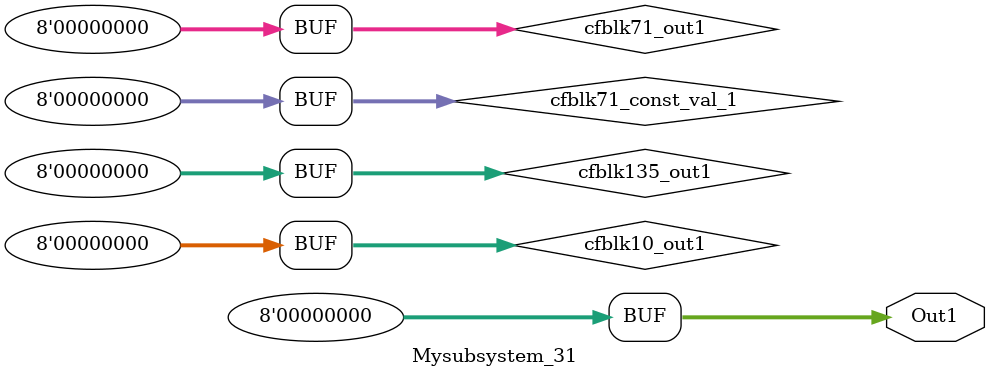
<source format=v>



`timescale 1 ns / 1 ns

module Mysubsystem_31
          (Out1);


  output  [7:0] Out1;  // uint8


  wire [7:0] cfblk135_out1;  // uint8
  wire [7:0] cfblk10_out1;  // uint8
  wire [7:0] cfblk71_const_val_1;  // uint8
  wire [7:0] cfblk71_out1;  // uint8


  assign cfblk135_out1 = 8'b00000000;



  assign cfblk10_out1 = (cfblk135_out1 > 8'b00000000 ? 8'b00000001 :
              8'b00000000);



  assign cfblk71_const_val_1 = 8'b00000000;



  assign cfblk71_out1 = cfblk10_out1 + cfblk71_const_val_1;



  assign Out1 = cfblk71_out1;

endmodule  // Mysubsystem_31


</source>
